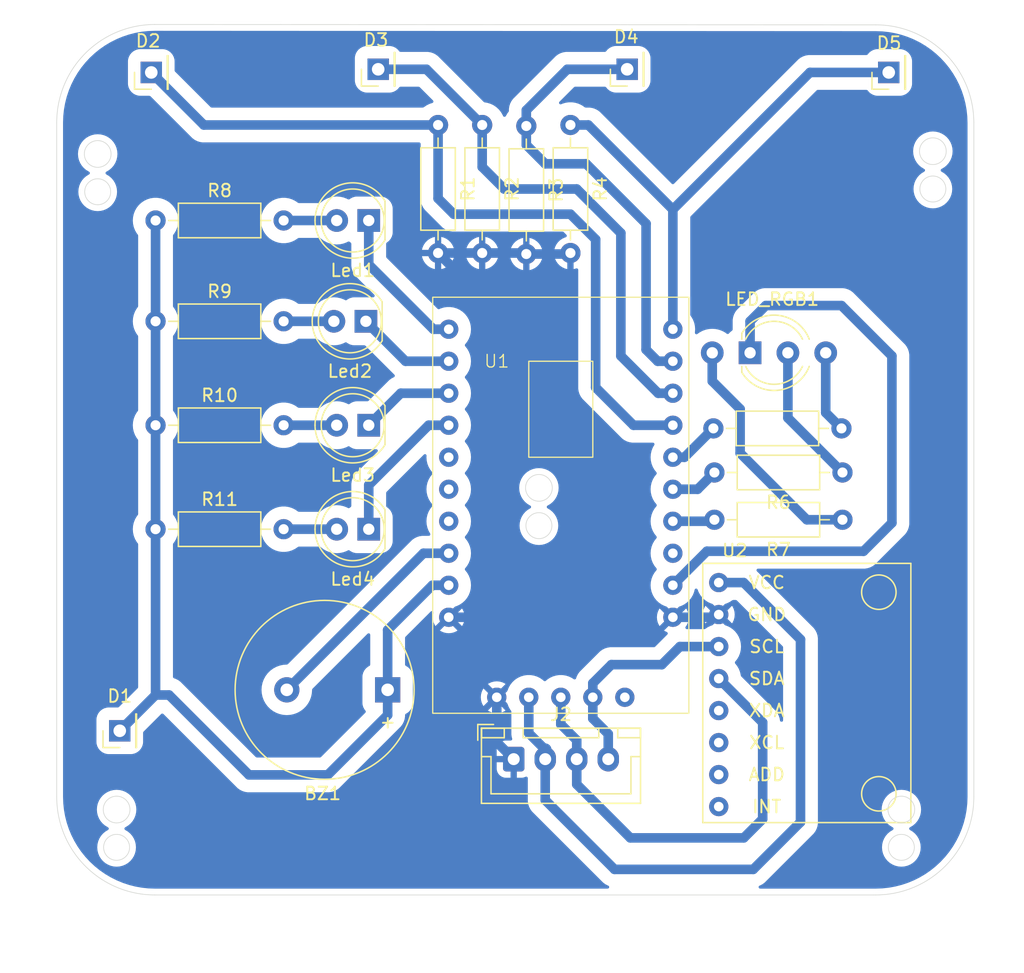
<source format=kicad_pcb>
(kicad_pcb (version 20240108) (generator "pcbnew") (generator_version "8.0")
  (layers (0 "F.Cu" signal) (31 "B.Cu" signal) (34 "B.Paste" user) (35 "F.Paste" user) (36 "B.SilkS" user "B.Silkscreen") (37 "F.SilkS" user "F.Silkscreen") (38 "B.Mask" user) (39 "F.Mask" user) (44 "Edge.Cuts" user))
  (net 0 "")
  (net 9 "Vdd")
  (net 10 "P07")
  (net 11 "P06")
  (net 12 "P05")
  (net 13 "P04")
  (net 14 "SDA")
  (net 15 "SCL")
  (net 16 "GND")
  (net 17 "Vcc")
  (net 18 "Net-(Led1-A)")
  (net 19 "P10")
  (net 20 "Net-(Led2-A)")
  (net 21 "P11")
  (net 22 "Net-(Led3-A)")
  (net 23 "P12")
  (net 24 "P13")
  (net 25 "Net-(Led4-A)")
  (net 26 "Net-(LED_RGB1-RK)")
  (net 27 "Net-(LED_RGB1-BK)")
  (net 28 "Net-(LED_RGB1-GK)")
  (net 29 "P03")
  (net 30 "P02")
  (net 31 "P01")
  (net 32 "P17")
  (footprint "Resistor_THT:R_Axial_DIN0207_L6.3mm_D2.5mm_P10.16mm_Horizontal" (layer "F.Cu") (at 108.09 100.75)
    (property "Reference" "R10" (at 5.08 -2.37 0) (layer "F.SilkS"))
    (property "Value" "200")
    (fp_line (start 1.04 0) (end 1.81 0) (stroke (width 0.12)) (layer "F.SilkS"))
    (fp_line (start 1.81 -1.37) (end 1.81 1.37) (stroke (width 0.12)) (layer "F.SilkS"))
    (fp_line (start 1.81 1.37) (end 8.35 1.37) (stroke (width 0.12)) (layer "F.SilkS"))
    (fp_line (start 8.35 -1.37) (end 1.81 -1.37) (stroke (width 0.12)) (layer "F.SilkS"))
    (fp_line (start 8.35 1.37) (end 8.35 -1.37) (stroke (width 0.12)) (layer "F.SilkS"))
    (fp_line (start 9.12 0) (end 8.35 0) (stroke (width 0.12)) (layer "F.SilkS"))
    (pad "1" thru_hole circle (at 0 0) (size 1.6 1.6) (drill 0.8) (layers "*.Cu" "*.Mask") (net 9 "Vdd"))
    (pad "2" thru_hole oval (at 10.16 0) (size 1.6 1.6) (drill 0.8) (layers "*.Cu" "*.Mask") (net 22 "Net-(Led3-A)"))
  )
  (footprint "LED_THT:LED_D5.0mm_IRGrey" (layer "F.Cu") (at 125 84.5 180)
    (property "Reference" "Led1" (at 1.27 -3.96 0) (layer "F.SilkS"))
    (property "Value" "LD274" (hide yes))
    (fp_line (start -1.29 -1.545) (end -1.29 1.545) (stroke (width 0.12)) (layer "F.SilkS"))
    (fp_arc (start 4.26 -0.000462) (mid 2.072002 2.880433) (end -1.29 1.54483) (stroke (width 0.12)) (layer "F.SilkS"))
    (fp_arc (start -1.29 -1.54483) (mid 2.072002 -2.880433) (end 4.26 0.000462) (stroke (width 0.12)) (layer "F.SilkS"))
    (fp_circle (center 1.27 0) (end 3.77 0) (stroke (width 0.12)) (fill none) (layer "F.SilkS"))
    (pad "1" thru_hole rect (at 0 0 180) (size 1.8 1.8) (drill 0.9) (layers "*.Cu" "*.Mask") (net 19 "P10"))
    (pad "2" thru_hole circle (at 2.54 0 180) (size 1.8 1.8) (drill 0.9) (layers "*.Cu" "*.Mask") (net 18 "Net-(Led1-A)"))
  )
  (footprint "Connector_PinHeader_2.54mm:PinHeader_1x01_P2.54mm_Vertical" (layer "F.Cu") (at 166.25 72.75 90)
    (property "Reference" "D5" (at 2.325 0.025 0) (layer "F.SilkS"))
    (property "Value" "Conn_01x01_Pin" (hide yes))
    (fp_line (start -1.33 -1.33) (end 0 -1.33) (stroke (width 0.12)) (layer "F.SilkS"))
    (fp_line (start -1.33 0) (end -1.33 -1.33) (stroke (width 0.12)) (layer "F.SilkS"))
    (fp_line (start 1.33 1.27) (end 1.33 1.33) (stroke (width 0.12)) (layer "F.SilkS"))
    (fp_line (start -1.33 1.27) (end 1.33 1.27) (stroke (width 0.12)) (layer "F.SilkS"))
    (fp_line (start -1.33 1.27) (end -1.33 1.33) (stroke (width 0.12)) (layer "F.SilkS"))
    (fp_line (start -1.33 1.33) (end 1.33 1.33) (stroke (width 0.12)) (layer "F.SilkS"))
    (pad "1" thru_hole rect (at 0 0 90) (size 1.7 1.7) (drill 1) (layers "*.Cu" "*.Mask") (net 10 "P07"))
  )
  (footprint "Connector_PinHeader_2.54mm:PinHeader_1x01_P2.54mm_Vertical" (layer "F.Cu") (at 125.75 72.5 90)
    (property "Reference" "D3" (at 2.325 -0.175 0) (layer "F.SilkS"))
    (property "Value" "Conn_01x01_Pin" (hide yes))
    (fp_line (start -1.33 -1.33) (end 0 -1.33) (stroke (width 0.12)) (layer "F.SilkS"))
    (fp_line (start -1.33 0) (end -1.33 -1.33) (stroke (width 0.12)) (layer "F.SilkS"))
    (fp_line (start 1.33 1.27) (end 1.33 1.33) (stroke (width 0.12)) (layer "F.SilkS"))
    (fp_line (start -1.33 1.27) (end 1.33 1.27) (stroke (width 0.12)) (layer "F.SilkS"))
    (fp_line (start -1.33 1.27) (end -1.33 1.33) (stroke (width 0.12)) (layer "F.SilkS"))
    (fp_line (start -1.33 1.33) (end 1.33 1.33) (stroke (width 0.12)) (layer "F.SilkS"))
    (pad "1" thru_hole rect (at 0 0 90) (size 1.7 1.7) (drill 1) (layers "*.Cu" "*.Mask") (net 12 "P05"))
  )
  (footprint "Resistor_THT:R_Axial_DIN0207_L6.3mm_D2.5mm_P10.16mm_Horizontal" (layer "F.Cu") (at 108.09 92.5)
    (property "Reference" "R9" (at 5.08 -2.37 0) (layer "F.SilkS"))
    (property "Value" "200")
    (fp_line (start 1.04 0) (end 1.81 0) (stroke (width 0.12)) (layer "F.SilkS"))
    (fp_line (start 1.81 -1.37) (end 1.81 1.37) (stroke (width 0.12)) (layer "F.SilkS"))
    (fp_line (start 1.81 1.37) (end 8.35 1.37) (stroke (width 0.12)) (layer "F.SilkS"))
    (fp_line (start 8.35 -1.37) (end 1.81 -1.37) (stroke (width 0.12)) (layer "F.SilkS"))
    (fp_line (start 8.35 1.37) (end 8.35 -1.37) (stroke (width 0.12)) (layer "F.SilkS"))
    (fp_line (start 9.12 0) (end 8.35 0) (stroke (width 0.12)) (layer "F.SilkS"))
    (pad "1" thru_hole circle (at 0 0) (size 1.6 1.6) (drill 0.8) (layers "*.Cu" "*.Mask") (net 9 "Vdd"))
    (pad "2" thru_hole oval (at 10.16 0) (size 1.6 1.6) (drill 0.8) (layers "*.Cu" "*.Mask") (net 20 "Net-(Led2-A)"))
  )
  (footprint "Resistor_THT:R_Axial_DIN0207_L6.3mm_D2.5mm_P10.16mm_Horizontal" (layer "F.Cu") (at 141 76.92 -90)
    (property "Reference" "R4" (at 5.08 -2.37 90) (layer "F.SilkS"))
    (property "Value" "1K")
    (fp_line (start 1.81 1.37) (end 8.35 1.37) (stroke (width 0.12)) (layer "F.SilkS"))
    (fp_line (start 8.35 1.37) (end 8.35 -1.37) (stroke (width 0.12)) (layer "F.SilkS"))
    (fp_line (start 1.04 0) (end 1.81 0) (stroke (width 0.12)) (layer "F.SilkS"))
    (fp_line (start 9.12 0) (end 8.35 0) (stroke (width 0.12)) (layer "F.SilkS"))
    (fp_line (start 1.81 -1.37) (end 1.81 1.37) (stroke (width 0.12)) (layer "F.SilkS"))
    (fp_line (start 8.35 -1.37) (end 1.81 -1.37) (stroke (width 0.12)) (layer "F.SilkS"))
    (pad "1" thru_hole circle (at 0 0 270) (size 1.6 1.6) (drill 0.8) (layers "*.Cu" "*.Mask") (net 10 "P07"))
    (pad "2" thru_hole oval (at 10.16 0 270) (size 1.6 1.6) (drill 0.8) (layers "*.Cu" "*.Mask") (net 16 "GND"))
  )
  (footprint "Componentes:16-bit IO Expander" (layer "F.Cu") (at 128.805 90.59)
    (property "Reference" "U1" (at 6.35 5.08 0) (layer "F.SilkS") (effects (font (thickness 0.1))))
    (property "Value" "~")
    (fp_rect (start 1.27 0) (end 21.59 33.02) (stroke (width 0.1)) (fill none) (layer "F.SilkS"))
    (fp_rect (start 8.89 5.08) (end 13.97 12.7) (stroke (width 0.1)) (fill none) (layer "F.SilkS"))
    (pad "1" thru_hole circle (at 2.54 2.54) (size 1.524 1.524) (drill 0.762) (layers "*.Cu" "*.Mask") (net 19 "P10"))
    (pad "2" thru_hole circle (at 2.54 5.08) (size 1.524 1.524) (drill 0.762) (layers "*.Cu" "*.Mask") (net 21 "P11"))
    (pad "3" thru_hole circle (at 2.54 7.62) (size 1.524 1.524) (drill 0.762) (layers "*.Cu" "*.Mask") (net 23 "P12"))
    (pad "4" thru_hole circle (at 2.54 10.16) (size 1.524 1.524) (drill 0.762) (layers "*.Cu" "*.Mask") (net 24 "P13"))
    (pad "5" thru_hole circle (at 2.54 12.7) (size 1.524 1.524) (drill 0.762) (layers "*.Cu" "*.Mask"))
    (pad "6" thru_hole circle (at 2.54 15.24) (size 1.524 1.524) (drill 0.762) (layers "*.Cu" "*.Mask"))
    (pad "7" thru_hole circle (at 2.54 17.78) (size 1.524 1.524) (drill 0.762) (layers "*.Cu" "*.Mask"))
    (pad "8" thru_hole circle (at 2.54 20.32) (size 1.524 1.524) (drill 0.762) (layers "*.Cu" "*.Mask") (net 32 "P17"))
    (pad "9" thru_hole circle (at 2.54 22.86) (size 1.524 1.524) (drill 0.762) (layers "*.Cu" "*.Mask") (net 9 "Vdd"))
    (pad "10" thru_hole circle (at 2.54 25.4) (size 1.524 1.524) (drill 0.762) (layers "*.Cu" "*.Mask") (net 16 "GND"))
    (pad "11" thru_hole circle (at 20.32 25.4) (size 1.524 1.524) (drill 0.762) (layers "*.Cu" "*.Mask") (net 16 "GND"))
    (pad "12" thru_hole circle (at 20.32 22.86) (size 1.524 1.524) (drill 0.762) (layers "*.Cu" "*.Mask") (net 9 "Vdd"))
    (pad "13" thru_hole circle (at 20.32 20.32) (size 1.524 1.524) (drill 0.762) (layers "*.Cu" "*.Mask"))
    (pad "14" thru_hole circle (at 20.32 17.78) (size 1.524 1.524) (drill 0.762) (layers "*.Cu" "*.Mask") (net 31 "P01"))
    (pad "15" thru_hole circle (at 20.32 15.24) (size 1.524 1.524) (drill 0.762) (layers "*.Cu" "*.Mask") (net 30 "P02"))
    (pad "16" thru_hole circle (at 20.32 12.7) (size 1.524 1.524) (drill 0.762) (layers "*.Cu" "*.Mask") (net 29 "P03"))
    (pad "17" thru_hole circle (at 20.32 10.16) (size 1.524 1.524) (drill 0.762) (layers "*.Cu" "*.Mask") (net 13 "P04"))
    (pad "18" thru_hole circle (at 20.32 7.62) (size 1.524 1.524) (drill 0.762) (layers "*.Cu" "*.Mask") (net 12 "P05"))
    (pad "19" thru_hole circle (at 20.32 5.08) (size 1.524 1.524) (drill 0.762) (layers "*.Cu" "*.Mask") (net 11 "P06"))
    (pad "20" thru_hole circle (at 20.32 2.54) (size 1.524 1.524) (drill 0.762) (layers "*.Cu" "*.Mask") (net 10 "P07"))
    (pad "C1" thru_hole circle (at 6.35 31.75) (size 1.524 1.524) (drill 0.762) (layers "*.Cu" "*.Mask") (net 16 "GND"))
    (pad "C2" thru_hole circle (at 8.89 31.75) (size 1.524 1.524) (drill 0.762) (layers "*.Cu" "*.Mask") (net 17 "Vcc"))
    (pad "C3" thru_hole circle (at 11.43 31.75) (size 1.524 1.524) (drill 0.762) (layers "*.Cu" "*.Mask") (net 14 "SDA"))
    (pad "C4" thru_hole circle (at 13.97 31.75) (size 1.524 1.524) (drill 0.762) (layers "*.Cu" "*.Mask") (net 15 "SCL"))
    (pad "C5" thru_hole circle (at 16.51 31.75) (size 1.524 1.524) (drill 0.762) (layers "*.Cu" "*.Mask"))
  )
  (footprint "Connector_PinHeader_2.54mm:PinHeader_1x01_P2.54mm_Vertical" (layer "F.Cu") (at 107.75 72.75 90)
    (property "Reference" "D2" (at 2.5 -0.25 0) (layer "F.SilkS"))
    (property "Value" "Conn_01x01_Pin" (hide yes))
    (fp_line (start -1.33 -1.33) (end 0 -1.33) (stroke (width 0.12)) (layer "F.SilkS"))
    (fp_line (start -1.33 0) (end -1.33 -1.33) (stroke (width 0.12)) (layer "F.SilkS"))
    (fp_line (start 1.33 1.27) (end 1.33 1.33) (stroke (width 0.12)) (layer "F.SilkS"))
    (fp_line (start -1.33 1.27) (end 1.33 1.27) (stroke (width 0.12)) (layer "F.SilkS"))
    (fp_line (start -1.33 1.27) (end -1.33 1.33) (stroke (width 0.12)) (layer "F.SilkS"))
    (fp_line (start -1.33 1.33) (end 1.33 1.33) (stroke (width 0.12)) (layer "F.SilkS"))
    (pad "1" thru_hole rect (at 0 0 90) (size 1.7 1.7) (drill 1) (layers "*.Cu" "*.Mask") (net 13 "P04"))
  )
  (footprint "LED_THT:LED_D5.0mm_IRGrey" (layer "F.Cu") (at 124.775 92.5 180)
    (property "Reference" "Led2" (at 1.27 -3.96 0) (layer "F.SilkS"))
    (property "Value" "LD274" (hide yes))
    (fp_line (start -1.29 -1.545) (end -1.29 1.545) (stroke (width 0.12)) (layer "F.SilkS"))
    (fp_arc (start 4.26 -0.000462) (mid 2.072002 2.880433) (end -1.29 1.54483) (stroke (width 0.12)) (layer "F.SilkS"))
    (fp_arc (start -1.29 -1.54483) (mid 2.072002 -2.880433) (end 4.26 0.000462) (stroke (width 0.12)) (layer "F.SilkS"))
    (fp_circle (center 1.27 0) (end 3.77 0) (stroke (width 0.12)) (fill none) (layer "F.SilkS"))
    (pad "1" thru_hole rect (at 0 0 180) (size 1.8 1.8) (drill 0.9) (layers "*.Cu" "*.Mask") (net 21 "P11"))
    (pad "2" thru_hole circle (at 2.54 0 180) (size 1.8 1.8) (drill 0.9) (layers "*.Cu" "*.Mask") (net 20 "Net-(Led2-A)"))
  )
  (footprint "Resistor_THT:R_Axial_DIN0207_L6.3mm_D2.5mm_P10.16mm_Horizontal" (layer "F.Cu") (at 162.58 108.25 180)
    (property "Reference" "R7" (at 5.08 -2.37 0) (layer "F.SilkS"))
    (property "Value" "200")
    (fp_line (start 9.12 0) (end 8.35 0) (stroke (width 0.12)) (layer "F.SilkS"))
    (fp_line (start 8.35 1.37) (end 8.35 -1.37) (stroke (width 0.12)) (layer "F.SilkS"))
    (fp_line (start 8.35 -1.37) (end 1.81 -1.37) (stroke (width 0.12)) (layer "F.SilkS"))
    (fp_line (start 1.81 1.37) (end 8.35 1.37) (stroke (width 0.12)) (layer "F.SilkS"))
    (fp_line (start 1.81 -1.37) (end 1.81 1.37) (stroke (width 0.12)) (layer "F.SilkS"))
    (fp_line (start 1.04 0) (end 1.81 0) (stroke (width 0.12)) (layer "F.SilkS"))
    (pad "1" thru_hole circle (at 0 0 180) (size 1.6 1.6) (drill 0.8) (layers "*.Cu" "*.Mask") (net 26 "Net-(LED_RGB1-RK)"))
    (pad "2" thru_hole oval (at 10.16 0 180) (size 1.6 1.6) (drill 0.8) (layers "*.Cu" "*.Mask") (net 31 "P01"))
  )
  (footprint "Connector_PinHeader_2.54mm:PinHeader_1x01_P2.54mm_Vertical" (layer "F.Cu") (at 145.5 72.5 90)
    (property "Reference" "D4" (at 2.575 -0.075 0) (layer "F.SilkS"))
    (property "Value" "Conn_01x01_Pin" (hide yes))
    (fp_line (start -1.33 -1.33) (end 0 -1.33) (stroke (width 0.12)) (layer "F.SilkS"))
    (fp_line (start -1.33 0) (end -1.33 -1.33) (stroke (width 0.12)) (layer "F.SilkS"))
    (fp_line (start 1.33 1.27) (end 1.33 1.33) (stroke (width 0.12)) (layer "F.SilkS"))
    (fp_line (start -1.33 1.27) (end 1.33 1.27) (stroke (width 0.12)) (layer "F.SilkS"))
    (fp_line (start -1.33 1.27) (end -1.33 1.33) (stroke (width 0.12)) (layer "F.SilkS"))
    (fp_line (start -1.33 1.33) (end 1.33 1.33) (stroke (width 0.12)) (layer "F.SilkS"))
    (pad "1" thru_hole rect (at 0 0 90) (size 1.7 1.7) (drill 1) (layers "*.Cu" "*.Mask") (net 11 "P06"))
  )
  (footprint "Resistor_THT:R_Axial_DIN0207_L6.3mm_D2.5mm_P10.16mm_Horizontal" (layer "F.Cu") (at 130.5 76.92 -90)
    (property "Reference" "R1" (at 5.08 -2.37 90) (layer "F.SilkS"))
    (property "Value" "1K")
    (fp_line (start 1.81 1.37) (end 8.35 1.37) (stroke (width 0.12)) (layer "F.SilkS"))
    (fp_line (start 8.35 1.37) (end 8.35 -1.37) (stroke (width 0.12)) (layer "F.SilkS"))
    (fp_line (start 1.04 0) (end 1.81 0) (stroke (width 0.12)) (layer "F.SilkS"))
    (fp_line (start 9.12 0) (end 8.35 0) (stroke (width 0.12)) (layer "F.SilkS"))
    (fp_line (start 1.81 -1.37) (end 1.81 1.37) (stroke (width 0.12)) (layer "F.SilkS"))
    (fp_line (start 8.35 -1.37) (end 1.81 -1.37) (stroke (width 0.12)) (layer "F.SilkS"))
    (pad "1" thru_hole circle (at 0 0 270) (size 1.6 1.6) (drill 0.8) (layers "*.Cu" "*.Mask") (net 13 "P04"))
    (pad "2" thru_hole oval (at 10.16 0 270) (size 1.6 1.6) (drill 0.8) (layers "*.Cu" "*.Mask") (net 16 "GND"))
  )
  (footprint "Resistor_THT:R_Axial_DIN0207_L6.3mm_D2.5mm_P10.16mm_Horizontal" (layer "F.Cu") (at 162.58 104.5 180)
    (property "Reference" "R6" (at 5.08 -2.37 0) (layer "F.SilkS"))
    (property "Value" "200")
    (fp_line (start 9.12 0) (end 8.35 0) (stroke (width 0.12)) (layer "F.SilkS"))
    (fp_line (start 8.35 1.37) (end 8.35 -1.37) (stroke (width 0.12)) (layer "F.SilkS"))
    (fp_line (start 8.35 -1.37) (end 1.81 -1.37) (stroke (width 0.12)) (layer "F.SilkS"))
    (fp_line (start 1.81 1.37) (end 8.35 1.37) (stroke (width 0.12)) (layer "F.SilkS"))
    (fp_line (start 1.81 -1.37) (end 1.81 1.37) (stroke (width 0.12)) (layer "F.SilkS"))
    (fp_line (start 1.04 0) (end 1.81 0) (stroke (width 0.12)) (layer "F.SilkS"))
    (pad "1" thru_hole circle (at 0 0 180) (size 1.6 1.6) (drill 0.8) (layers "*.Cu" "*.Mask") (net 28 "Net-(LED_RGB1-GK)"))
    (pad "2" thru_hole oval (at 10.16 0 180) (size 1.6 1.6) (drill 0.8) (layers "*.Cu" "*.Mask") (net 30 "P02"))
  )
  (footprint "Connector_JST:JST_XH_B4B-XH-A_1x04_P2.50mm_Vertical" (layer "F.Cu") (at 136.5 127.25)
    (property "Reference" "J2" (at 3.75 -3.55 0) (layer "F.SilkS"))
    (property "Value" "Conn_01x04_Socket")
    (fp_line (start -2.85 -2.75) (end -2.85 -1.5) (stroke (width 0.12)) (layer "F.SilkS"))
    (fp_line (start -2.56 -2.46) (end -2.56 3.51) (stroke (width 0.12)) (layer "F.SilkS"))
    (fp_line (start -2.56 3.51) (end 10.06 3.51) (stroke (width 0.12)) (layer "F.SilkS"))
    (fp_line (start -2.55 -2.45) (end -2.55 -1.7) (stroke (width 0.12)) (layer "F.SilkS"))
    (fp_line (start -2.55 -1.7) (end -0.75 -1.7) (stroke (width 0.12)) (layer "F.SilkS"))
    (fp_line (start -2.55 -0.2) (end -1.8 -0.2) (stroke (width 0.12)) (layer "F.SilkS"))
    (fp_line (start -1.8 -0.2) (end -1.8 2.75) (stroke (width 0.12)) (layer "F.SilkS"))
    (fp_line (start -1.8 2.75) (end 3.75 2.75) (stroke (width 0.12)) (layer "F.SilkS"))
    (fp_line (start -1.6 -2.75) (end -2.85 -2.75) (stroke (width 0.12)) (layer "F.SilkS"))
    (fp_line (start -0.75 -2.45) (end -2.55 -2.45) (stroke (width 0.12)) (layer "F.SilkS"))
    (fp_line (start -0.75 -1.7) (end -0.75 -2.45) (stroke (width 0.12)) (layer "F.SilkS"))
    (fp_line (start 0.75 -2.45) (end 0.75 -1.7) (stroke (width 0.12)) (layer "F.SilkS"))
    (fp_line (start 0.75 -1.7) (end 6.75 -1.7) (stroke (width 0.12)) (layer "F.SilkS"))
    (fp_line (start 6.75 -2.45) (end 0.75 -2.45) (stroke (width 0.12)) (layer "F.SilkS"))
    (fp_line (start 6.75 -1.7) (end 6.75 -2.45) (stroke (width 0.12)) (layer "F.SilkS"))
    (fp_line (start 8.25 -2.45) (end 8.25 -1.7) (stroke (width 0.12)) (layer "F.SilkS"))
    (fp_line (start 8.25 -1.7) (end 10.05 -1.7) (stroke (width 0.12)) (layer "F.SilkS"))
    (fp_line (start 9.3 -0.2) (end 9.3 2.75) (stroke (width 0.12)) (layer "F.SilkS"))
    (fp_line (start 9.3 2.75) (end 3.75 2.75) (stroke (width 0.12)) (layer "F.SilkS"))
    (fp_line (start 10.05 -2.45) (end 8.25 -2.45) (stroke (width 0.12)) (layer "F.SilkS"))
    (fp_line (start 10.05 -1.7) (end 10.05 -2.45) (stroke (width 0.12)) (layer "F.SilkS"))
    (fp_line (start 10.05 -0.2) (end 9.3 -0.2) (stroke (width 0.12)) (layer "F.SilkS"))
    (fp_line (start 10.06 -2.46) (end -2.56 -2.46) (stroke (width 0.12)) (layer "F.SilkS"))
    (fp_line (start 10.06 3.51) (end 10.06 -2.46) (stroke (width 0.12)) (layer "F.SilkS"))
    (pad "1" thru_hole roundrect (at 0 0) (size 1.7 1.95) (drill 0.95) (layers "*.Cu" "*.Mask") (roundrect_rratio 0.147059) (net 16 "GND"))
    (pad "2" thru_hole oval (at 2.5 0) (size 1.7 1.95) (drill 0.95) (layers "*.Cu" "*.Mask") (net 17 "Vcc"))
    (pad "3" thru_hole oval (at 5 0) (size 1.7 1.95) (drill 0.95) (layers "*.Cu" "*.Mask") (net 14 "SDA"))
    (pad "4" thru_hole oval (at 7.5 0) (size 1.7 1.95) (drill 0.95) (layers "*.Cu" "*.Mask") (net 15 "SCL"))
  )
  (footprint "Resistor_THT:R_Axial_DIN0207_L6.3mm_D2.5mm_P10.16mm_Horizontal" (layer "F.Cu") (at 162.5 101 180)
    (property "Reference" "R5" (hide yes))
    (property "Value" "200")
    (fp_line (start 9.12 0) (end 8.35 0) (stroke (width 0.12)) (layer "F.SilkS"))
    (fp_line (start 8.35 1.37) (end 8.35 -1.37) (stroke (width 0.12)) (layer "F.SilkS"))
    (fp_line (start 8.35 -1.37) (end 1.81 -1.37) (stroke (width 0.12)) (layer "F.SilkS"))
    (fp_line (start 1.81 1.37) (end 8.35 1.37) (stroke (width 0.12)) (layer "F.SilkS"))
    (fp_line (start 1.81 -1.37) (end 1.81 1.37) (stroke (width 0.12)) (layer "F.SilkS"))
    (fp_line (start 1.04 0) (end 1.81 0) (stroke (width 0.12)) (layer "F.SilkS"))
    (pad "1" thru_hole circle (at 0 0 180) (size 1.6 1.6) (drill 0.8) (layers "*.Cu" "*.Mask") (net 27 "Net-(LED_RGB1-BK)"))
    (pad "2" thru_hole oval (at 10.16 0 180) (size 1.6 1.6) (drill 0.8) (layers "*.Cu" "*.Mask") (net 29 "P03"))
  )
  (footprint "LED_THT:LED_D5.0mm_IRGrey" (layer "F.Cu") (at 125 109 180)
    (property "Reference" "Led4" (at 1.27 -3.96 0) (layer "F.SilkS"))
    (property "Value" "LD274" (hide yes))
    (fp_line (start -1.29 -1.545) (end -1.29 1.545) (stroke (width 0.12)) (layer "F.SilkS"))
    (fp_arc (start 4.26 -0.000462) (mid 2.072002 2.880433) (end -1.29 1.54483) (stroke (width 0.12)) (layer "F.SilkS"))
    (fp_arc (start -1.29 -1.54483) (mid 2.072002 -2.880433) (end 4.26 0.000462) (stroke (width 0.12)) (layer "F.SilkS"))
    (fp_circle (center 1.27 0) (end 3.77 0) (stroke (width 0.12)) (fill none) (layer "F.SilkS"))
    (pad "1" thru_hole rect (at 0 0 180) (size 1.8 1.8) (drill 0.9) (layers "*.Cu" "*.Mask") (net 24 "P13"))
    (pad "2" thru_hole circle (at 2.54 0 180) (size 1.8 1.8) (drill 0.9) (layers "*.Cu" "*.Mask") (net 25 "Net-(Led4-A)"))
  )
  (footprint "LED_THT:LED_D5.0mm-4_RGB" (layer "F.Cu") (at 155.25 95)
    (property "Reference" "LED_RGB1" (at 1.75 -4.25 0) (layer "F.SilkS"))
    (property "Value" "LED_ARGB" (hide yes))
    (fp_line (start -0.655 -1.545) (end -0.655 -1.08) (stroke (width 0.12)) (layer "F.SilkS"))
    (fp_line (start -0.655 1.08) (end -0.655 1.545) (stroke (width 0.12)) (layer "F.SilkS"))
    (fp_arc (start -0.655 -1.54483) (mid 2.163456 -2.978809) (end 4.692815 -1.080827) (stroke (width 0.12)) (layer "F.SilkS"))
    (fp_arc (start -0.349684 -1.08) (mid 1.904762 -2.5) (end 4.159479 -1.080429) (stroke (width 0.12)) (layer "F.SilkS"))
    (fp_arc (start 4.159479 1.080429) (mid 1.904762 2.5) (end -0.349684 1.08) (stroke (width 0.12)) (layer "F.SilkS"))
    (fp_arc (start 4.692815 1.080827) (mid 2.163456 2.978808) (end -0.655 1.54483) (stroke (width 0.12)) (layer "F.SilkS"))
    (pad "1" thru_hole rect (at 0 0) (size 1.8 1.8) (drill 0.9) (layers "*.Cu" "*.Mask") (net 9 "Vdd"))
    (pad "2" thru_hole circle (at -3 0) (size 1.8 1.8) (drill 0.9) (layers "*.Cu" "*.Mask") (net 26 "Net-(LED_RGB1-RK)"))
    (pad "3" thru_hole circle (at 3 0) (size 1.8 1.8) (drill 0.9) (layers "*.Cu" "*.Mask") (net 28 "Net-(LED_RGB1-GK)"))
    (pad "4" thru_hole circle (at 6 0) (size 1.8 1.8) (drill 0.9) (layers "*.Cu" "*.Mask") (net 27 "Net-(LED_RGB1-BK)"))
  )
  (footprint "Resistor_THT:R_Axial_DIN0207_L6.3mm_D2.5mm_P10.16mm_Horizontal" (layer "F.Cu") (at 137.5 77 -90)
    (property "Reference" "R3" (at 5.08 -2.37 90) (layer "F.SilkS"))
    (property "Value" "1K")
    (fp_line (start 1.81 1.37) (end 8.35 1.37) (stroke (width 0.12)) (layer "F.SilkS"))
    (fp_line (start 8.35 1.37) (end 8.35 -1.37) (stroke (width 0.12)) (layer "F.SilkS"))
    (fp_line (start 1.04 0) (end 1.81 0) (stroke (width 0.12)) (layer "F.SilkS"))
    (fp_line (start 9.12 0) (end 8.35 0) (stroke (width 0.12)) (layer "F.SilkS"))
    (fp_line (start 1.81 -1.37) (end 1.81 1.37) (stroke (width 0.12)) (layer "F.SilkS"))
    (fp_line (start 8.35 -1.37) (end 1.81 -1.37) (stroke (width 0.12)) (layer "F.SilkS"))
    (pad "1" thru_hole circle (at 0 0 270) (size 1.6 1.6) (drill 0.8) (layers "*.Cu" "*.Mask") (net 11 "P06"))
    (pad "2" thru_hole oval (at 10.16 0 270) (size 1.6 1.6) (drill 0.8) (layers "*.Cu" "*.Mask") (net 16 "GND"))
  )
  (footprint "Buzzer_Beeper:Buzzer_D14mm_H7mm_P10mm" (layer "F.Cu") (at 126.5 121.75 180)
    (property "Reference" "BZ1" (at 5.16 -8.23 0) (layer "F.SilkS"))
    (property "Value" "Buzzer" (hide yes))
    (fp_circle (center 5 0) (end 12.1 0) (stroke (width 0.12)) (fill none) (layer "F.SilkS"))
    (fp_text user "+" (at -0.01 -2.54 0) (layer "F.SilkS"))
    (pad "1" thru_hole rect (at 0 0 180) (size 2 2) (drill 1) (layers "*.Cu" "*.Mask") (net 9 "Vdd"))
    (pad "2" thru_hole circle (at 8 0 180) (size 2 2) (drill 1) (layers "*.Cu" "*.Mask") (net 32 "P17"))
  )
  (footprint "Resistor_THT:R_Axial_DIN0207_L6.3mm_D2.5mm_P10.16mm_Horizontal" (layer "F.Cu") (at 134 76.92 -90)
    (property "Reference" "R2" (at 5.08 -2.37 90) (layer "F.SilkS"))
    (property "Value" "1K")
    (fp_line (start 1.81 1.37) (end 8.35 1.37) (stroke (width 0.12)) (layer "F.SilkS"))
    (fp_line (start 8.35 1.37) (end 8.35 -1.37) (stroke (width 0.12)) (layer "F.SilkS"))
    (fp_line (start 1.04 0) (end 1.81 0) (stroke (width 0.12)) (layer "F.SilkS"))
    (fp_line (start 9.12 0) (end 8.35 0) (stroke (width 0.12)) (layer "F.SilkS"))
    (fp_line (start 1.81 -1.37) (end 1.81 1.37) (stroke (width 0.12)) (layer "F.SilkS"))
    (fp_line (start 8.35 -1.37) (end 1.81 -1.37) (stroke (width 0.12)) (layer "F.SilkS"))
    (pad "1" thru_hole circle (at 0 0 270) (size 1.6 1.6) (drill 0.8) (layers "*.Cu" "*.Mask") (net 12 "P05"))
    (pad "2" thru_hole oval (at 10.16 0 270) (size 1.6 1.6) (drill 0.8) (layers "*.Cu" "*.Mask") (net 16 "GND"))
  )
  (footprint "Resistor_THT:R_Axial_DIN0207_L6.3mm_D2.5mm_P10.16mm_Horizontal" (layer "F.Cu") (at 108.09 84.5)
    (property "Reference" "R8" (at 5.08 -2.37 0) (layer "F.SilkS"))
    (property "Value" "200")
    (fp_line (start 1.04 0) (end 1.81 0) (stroke (width 0.12)) (layer "F.SilkS"))
    (fp_line (start 1.81 -1.37) (end 1.81 1.37) (stroke (width 0.12)) (layer "F.SilkS"))
    (fp_line (start 1.81 1.37) (end 8.35 1.37) (stroke (width 0.12)) (layer "F.SilkS"))
    (fp_line (start 8.35 -1.37) (end 1.81 -1.37) (stroke (width 0.12)) (layer "F.SilkS"))
    (fp_line (start 8.35 1.37) (end 8.35 -1.37) (stroke (width 0.12)) (layer "F.SilkS"))
    (fp_line (start 9.12 0) (end 8.35 0) (stroke (width 0.12)) (layer "F.SilkS"))
    (pad "1" thru_hole circle (at 0 0) (size 1.6 1.6) (drill 0.8) (layers "*.Cu" "*.Mask") (net 9 "Vdd"))
    (pad "2" thru_hole oval (at 10.16 0) (size 1.6 1.6) (drill 0.8) (layers "*.Cu" "*.Mask") (net 18 "Net-(Led1-A)"))
  )
  (footprint "LED_THT:LED_D5.0mm_IRGrey" (layer "F.Cu") (at 125 100.75 180)
    (property "Reference" "Led3" (at 1.27 -3.96 0) (layer "F.SilkS"))
    (property "Value" "LD274" (hide yes))
    (fp_line (start -1.29 -1.545) (end -1.29 1.545) (stroke (width 0.12)) (layer "F.SilkS"))
    (fp_arc (start 4.26 -0.000462) (mid 2.072002 2.880433) (end -1.29 1.54483) (stroke (width 0.12)) (layer "F.SilkS"))
    (fp_arc (start -1.29 -1.54483) (mid 2.072002 -2.880433) (end 4.26 0.000462) (stroke (width 0.12)) (layer "F.SilkS"))
    (fp_circle (center 1.27 0) (end 3.77 0) (stroke (width 0.12)) (fill none) (layer "F.SilkS"))
    (pad "1" thru_hole rect (at 0 0 180) (size 1.8 1.8) (drill 0.9) (layers "*.Cu" "*.Mask") (net 23 "P12"))
    (pad "2" thru_hole circle (at 2.54 0 180) (size 1.8 1.8) (drill 0.9) (layers "*.Cu" "*.Mask") (net 22 "Net-(Led3-A)"))
  )
  (footprint "Connector_PinHeader_2.54mm:PinHeader_1x01_P2.54mm_Vertical" (layer "F.Cu") (at 105.25 125 90)
    (property "Reference" "D1" (at 2.75 0 0) (layer "F.SilkS"))
    (property "Value" "Conn_01x01_Pin" (hide yes))
    (fp_line (start -1.33 -1.33) (end 0 -1.33) (stroke (width 0.12)) (layer "F.SilkS"))
    (fp_line (start -1.33 0) (end -1.33 -1.33) (stroke (width 0.12)) (layer "F.SilkS"))
    (fp_line (start 1.33 1.27) (end 1.33 1.33) (stroke (width 0.12)) (layer "F.SilkS"))
    (fp_line (start -1.33 1.27) (end 1.33 1.27) (stroke (width 0.12)) (layer "F.SilkS"))
    (fp_line (start -1.33 1.27) (end -1.33 1.33) (stroke (width 0.12)) (layer "F.SilkS"))
    (fp_line (start -1.33 1.33) (end 1.33 1.33) (stroke (width 0.12)) (layer "F.SilkS"))
    (pad "1" thru_hole rect (at 0 0 90) (size 1.7 1.7) (drill 1) (layers "*.Cu" "*.Mask") (net 9 "Vdd"))
  )
  (footprint "usini_sensors:module_mpu6050" (layer "F.Cu") (at 152.765 131.017)
    (property "Reference" "U2" (at 1.27 -20.32 0) (layer "F.SilkS"))
    (property "Value" "module_mpu6050")
    (fp_line (start -1.27 -19.304) (end 15.24 -19.304) (stroke (width 0.12)) (layer "F.SilkS"))
    (fp_line (start -1.27 1.27) (end -1.27 -19.304) (stroke (width 0.12)) (layer "F.SilkS"))
    (fp_line (start 15.24 -19.304) (end 15.24 1.27) (stroke (width 0.12)) (layer "F.SilkS"))
    (fp_line (start 15.24 1.27) (end -1.27 1.27) (stroke (width 0.12)) (layer "F.SilkS"))
    (fp_circle (center 12.7 -17.018) (end 13.208 -15.748) (stroke (width 0.12)) (fill none) (layer "F.SilkS"))
    (fp_circle (center 12.7 -1.016) (end 13.208 0.254) (stroke (width 0.12)) (fill none) (layer "F.SilkS"))
    (fp_text user "VCC" (at 3.81 -17.78 0) (layer "F.SilkS"))
    (fp_text user "ADD" (at 3.81 -2.54 0) (layer "F.SilkS"))
    (fp_text user "SDA" (at 3.81 -10.16 0) (layer "F.SilkS"))
    (fp_text user "INT" (at 3.81 0 0) (layer "F.SilkS"))
    (fp_text user "XCL" (at 3.81 -5.08 0) (layer "F.SilkS"))
    (fp_text user "GND" (at 3.81 -15.24 0) (layer "F.SilkS"))
    (fp_text user "SCL" (at 3.81 -12.7 0) (layer "F.SilkS"))
    (fp_text user "XDA" (at 3.81 -7.62 0) (layer "F.SilkS"))
    (pad "1" thru_hole circle (at 0 -17.78) (size 1.524 1.524) (drill 0.762) (layers "*.Cu" "*.Mask") (net 17 "Vcc"))
    (pad "2" thru_hole circle (at 0 -15.24) (size 1.524 1.524) (drill 0.762) (layers "*.Cu" "*.Mask") (net 16 "GND"))
    (pad "3" thru_hole circle (at 0 -12.7) (size 1.524 1.524) (drill 0.762) (layers "*.Cu" "*.Mask") (net 15 "SCL"))
    (pad "4" thru_hole circle (at 0 -10.16) (size 1.524 1.524) (drill 0.762) (layers "*.Cu" "*.Mask") (net 14 "SDA"))
    (pad "5" thru_hole circle (at 0 -7.62) (size 1.524 1.524) (drill 0.762) (layers "*.Cu" "*.Mask"))
    (pad "6" thru_hole circle (at 0 -5.08) (size 1.524 1.524) (drill 0.762) (layers "*.Cu" "*.Mask"))
    (pad "7" thru_hole circle (at 0 -2.54) (size 1.524 1.524) (drill 0.762) (layers "*.Cu" "*.Mask"))
    (pad "8" thru_hole circle (at 0 0) (size 1.524 1.524) (drill 0.762) (layers "*.Cu" "*.Mask"))
  )
  (footprint "Resistor_THT:R_Axial_DIN0207_L6.3mm_D2.5mm_P10.16mm_Horizontal" (layer "F.Cu") (at 108.09 109)
    (property "Reference" "R11" (at 5.08 -2.37 0) (layer "F.SilkS"))
    (property "Value" "200")
    (fp_line (start 1.04 0) (end 1.81 0) (stroke (width 0.12)) (layer "F.SilkS"))
    (fp_line (start 1.81 -1.37) (end 1.81 1.37) (stroke (width 0.12)) (layer "F.SilkS"))
    (fp_line (start 1.81 1.37) (end 8.35 1.37) (stroke (width 0.12)) (layer "F.SilkS"))
    (fp_line (start 8.35 -1.37) (end 1.81 -1.37) (stroke (width 0.12)) (layer "F.SilkS"))
    (fp_line (start 8.35 1.37) (end 8.35 -1.37) (stroke (width 0.12)) (layer "F.SilkS"))
    (fp_line (start 9.12 0) (end 8.35 0) (stroke (width 0.12)) (layer "F.SilkS"))
    (pad "1" thru_hole circle (at 0 0) (size 1.6 1.6) (drill 0.8) (layers "*.Cu" "*.Mask") (net 9 "Vdd"))
    (pad "2" thru_hole oval (at 10.16 0) (size 1.6 1.6) (drill 0.8) (layers "*.Cu" "*.Mask") (net 25 "Net-(Led4-A)"))
  )
  (gr_arc (start 100.25 76.721826) (mid 102.528174 71.221826) (end 108.028174 68.943652) (stroke (width 0.05)) (layer "Edge.Cuts"))
  (gr_arc (start 108.028174 138.028174) (mid 102.528174 135.75) (end 100.25 130.25) (stroke (width 0.05)) (layer "Edge.Cuts"))
  (gr_line (start 165.221826 138.028174) (end 108.028174 138.028174) (stroke (width 0.05)) (layer "Edge.Cuts"))
  (gr_circle (center 105 131.25) (end 105.75 132) (stroke (width 0.05)) (fill none) (layer "Edge.Cuts"))
  (gr_circle (center 105 134.25) (end 106 134.5) (stroke (width 0.05)) (fill none) (layer "Edge.Cuts"))
  (gr_circle (center 167.25 131.25) (end 168 132) (stroke (width 0.05)) (fill none) (layer "Edge.Cuts"))
  (gr_circle (center 103.5 82.219224) (end 104.5 82.469224) (stroke (width 0.05)) (fill none) (layer "Edge.Cuts"))
  (gr_line (start 173 76.75) (end 173 130.25) (stroke (width 0.05)) (layer "Edge.Cuts"))
  (gr_circle (center 167.25 134.25) (end 168.25 134.5) (stroke (width 0.05)) (fill none) (layer "Edge.Cuts"))
  (gr_circle (center 169.75 82) (end 170.75 82.25) (stroke (width 0.05)) (fill none) (layer "Edge.Cuts"))
  (gr_arc (start 173 130.25) (mid 170.721826 135.75) (end 165.221826 138.028174) (stroke (width 0.05)) (layer "Edge.Cuts"))
  (gr_line (start 108.028174 68.943652) (end 165.221826 68.971826) (stroke (width 0.05)) (layer "Edge.Cuts"))
  (gr_circle (center 169.75 79) (end 170.5 79.75) (stroke (width 0.05)) (fill none) (layer "Edge.Cuts"))
  (gr_arc (start 165.221826 68.971826) (mid 170.721826 71.25) (end 173 76.75) (stroke (width 0.05)) (layer "Edge.Cuts"))
  (gr_line (start 100.25 130.25) (end 100.25 76.721826) (stroke (width 0.05)) (layer "Edge.Cuts"))
  (gr_circle (center 138.5 105.719224) (end 139.25 106.469224) (stroke (width 0.05)) (fill none) (layer "Edge.Cuts"))
  (gr_circle (center 138.5 108.719224) (end 139.5 108.969224) (stroke (width 0.05)) (fill none) (layer "Edge.Cuts"))
  (gr_circle (center 103.5 79.219224) (end 104.25 79.969224) (stroke (width 0.05)) (fill none) (layer "Edge.Cuts"))
  (segment (start 155.25 92.5) (end 155.25 95) (width 0.76) (layer "B.Cu") (net 9))
  (segment (start 121.75 128.5) (end 126.5 123.75) (width 0.76) (layer "B.Cu") (net 9))
  (segment (start 126.5 121.75) (end 126.5 117) (width 0.76) (layer "B.Cu") (net 9))
  (segment (start 166.5 108.5) (end 166.5 95.25) (width 0.76) (layer "B.Cu") (net 9))
  (segment (start 108.09 84.5) (end 108.09 92.5) (width 0.76) (layer "B.Cu") (net 9))
  (segment (start 156.5 91.25) (end 155.25 92.5) (width 0.76) (layer "B.Cu") (net 9))
  (segment (start 115.5 128.5) (end 121.75 128.5) (width 0.76) (layer "B.Cu") (net 9))
  (segment (start 162.5 91.25) (end 156.5 91.25) (width 0.76) (layer "B.Cu") (net 9))
  (segment (start 151.825 110.75) (end 164.25 110.75) (width 0.76) (layer "B.Cu") (net 9))
  (segment (start 108.09 100.75) (end 108.09 109) (width 0.76) (layer "B.Cu") (net 9))
  (segment (start 164.25 110.75) (end 166.5 108.5) (width 0.76) (layer "B.Cu") (net 9))
  (segment (start 126.5 117) (end 130.05 113.45) (width 0.76) (layer "B.Cu") (net 9))
  (segment (start 126.5 123.75) (end 126.5 121.75) (width 0.76) (layer "B.Cu") (net 9))
  (segment (start 108.09 92.5) (end 108.09 100.75) (width 0.76) (layer "B.Cu") (net 9))
  (segment (start 108.09 122.16) (end 105.25 125) (width 0.76) (layer "B.Cu") (net 9))
  (segment (start 108.09 122.16) (end 109.16 122.16) (width 0.76) (layer "B.Cu") (net 9))
  (segment (start 109.16 122.16) (end 115.5 128.5) (width 0.76) (layer "B.Cu") (net 9))
  (segment (start 108.09 109) (end 108.09 122.16) (width 0.76) (layer "B.Cu") (net 9))
  (segment (start 130.05 113.45) (end 131.345 113.45) (width 0.76) (layer "B.Cu") (net 9))
  (segment (start 166.5 95.25) (end 162.5 91.25) (width 0.76) (layer "B.Cu") (net 9))
  (segment (start 149.125 113.45) (end 151.825 110.75) (width 0.76) (layer "B.Cu") (net 9))
  (segment (start 149.125 83.625) (end 149.125 93.13) (width 0.76) (layer "B.Cu") (net 10))
  (segment (start 160 72.75) (end 149.125 83.625) (width 0.76) (layer "B.Cu") (net 10))
  (segment (start 141 76.92) (end 141 76.5) (width 0.7) (layer "B.Cu") (net 10))
  (segment (start 166.25 72.75) (end 160 72.75) (width 0.76) (layer "B.Cu") (net 10))
  (segment (start 142.42 76.92) (end 149.125 83.625) (width 0.76) (layer "B.Cu") (net 10))
  (segment (start 141 76.92) (end 142.42 76.92) (width 0.76) (layer "B.Cu") (net 10))
  (segment (start 147 94.75) (end 147.92 95.67) (width 0.76) (layer "B.Cu") (net 11))
  (segment (start 147 84.75) (end 147 94.75) (width 0.76) (layer "B.Cu") (net 11))
  (segment (start 137.5 77) (end 137.5 78.5) (width 0.76) (layer "B.Cu") (net 11))
  (segment (start 145.5 72.5) (end 140.75 72.5) (width 0.76) (layer "B.Cu") (net 11))
  (segment (start 147.92 95.67) (end 149.125 95.67) (width 0.76) (layer "B.Cu") (net 11))
  (segment (start 137.5 78.5) (end 139 80) (width 0.76) (layer "B.Cu") (net 11))
  (segment (start 139 80) (end 142.25 80) (width 0.76) (layer "B.Cu") (net 11))
  (segment (start 140.75 72.5) (end 137.5 75.75) (width 0.76) (layer "B.Cu") (net 11))
  (segment (start 137.5 75.75) (end 137.5 77) (width 0.76) (layer "B.Cu") (net 11))
  (segment (start 142.25 80) (end 147 84.75) (width 0.76) (layer "B.Cu") (net 11))
  (segment (start 145 95.25) (end 147.96 98.21) (width 0.76) (layer "B.Cu") (net 12))
  (segment (start 141.5 82) (end 145 85.5) (width 0.76) (layer "B.Cu") (net 12))
  (segment (start 129.58 72.5) (end 134 76.92) (width 0.76) (layer "B.Cu") (net 12))
  (segment (start 125.75 72.5) (end 129.58 72.5) (width 0.76) (layer "B.Cu") (net 12))
  (segment (start 145 85.5) (end 145 95.25) (width 0.76) (layer "B.Cu") (net 12))
  (segment (start 134 76.92) (end 134 80.25) (width 0.76) (layer "B.Cu") (net 12))
  (segment (start 147.96 98.21) (end 149.125 98.21) (width 0.76) (layer "B.Cu") (net 12))
  (segment (start 134 80.25) (end 135.75 82) (width 0.76) (layer "B.Cu") (net 12))
  (segment (start 135.75 82) (end 141.5 82) (width 0.76) (layer "B.Cu") (net 12))
  (segment (start 130.5 82.75) (end 131.75 84) (width 0.76) (layer "B.Cu") (net 13))
  (segment (start 107.75 72.75) (end 111.92 76.92) (width 0.76) (layer "B.Cu") (net 13))
  (segment (start 141 84) (end 143 86) (width 0.76) (layer "B.Cu") (net 13))
  (segment (start 130.5 76.92) (end 130.5 82.75) (width 0.76) (layer "B.Cu") (net 13))
  (segment (start 146 100.75) (end 149.125 100.75) (width 0.76) (layer "B.Cu") (net 13))
  (segment (start 143 86) (end 143 97.75) (width 0.76) (layer "B.Cu") (net 13))
  (segment (start 131.75 84) (end 141 84) (width 0.76) (layer "B.Cu") (net 13))
  (segment (start 143 97.75) (end 146 100.75) (width 0.76) (layer "B.Cu") (net 13))
  (segment (start 111.92 76.92) (end 130.5 76.92) (width 0.76) (layer "B.Cu") (net 13))
  (segment (start 154.75 133.5) (end 156.25 132) (width 0.76) (layer "B.Cu") (net 14))
  (segment (start 145.75 133.5) (end 154.75 133.5) (width 0.76) (layer "B.Cu") (net 14))
  (segment (start 140.235 124.485) (end 141.5 125.75) (width 0.76) (layer "B.Cu") (net 14))
  (segment (start 156.25 132) (end 156.25 124.342) (width 0.76) (layer "B.Cu") (net 14))
  (segment (start 140.235 122.34) (end 140.235 124.485) (width 0.76) (layer "B.Cu") (net 14))
  (segment (start 156.25 124.342) (end 152.765 120.857) (width 0.76) (layer "B.Cu") (net 14))
  (segment (start 141.5 125.75) (end 141.5 127.25) (width 0.76) (layer "B.Cu") (net 14))
  (segment (start 141.5 127.25) (end 141.5 129.25) (width 0.76) (layer "B.Cu") (net 14))
  (segment (start 141.5 129.25) (end 145.75 133.5) (width 0.76) (layer "B.Cu") (net 14))
  (segment (start 142.775 121.225) (end 142.775 122.34) (width 0.76) (layer "B.Cu") (net 15))
  (segment (start 148.25 119.75) (end 144.25 119.75) (width 0.76) (layer "B.Cu") (net 15))
  (segment (start 142.775 124.025) (end 144 125.25) (width 0.76) (layer "B.Cu") (net 15))
  (segment (start 144 127.25) (end 144 127.082) (width 1) (layer "B.Cu") (net 15))
  (segment (start 144 125.25) (end 144 127.25) (width 0.76) (layer "B.Cu") (net 15))
  (segment (start 149.683 118.317) (end 148.25 119.75) (width 0.76) (layer "B.Cu") (net 15))
  (segment (start 142.775 122.34) (end 142.775 124.025) (width 0.76) (layer "B.Cu") (net 15))
  (segment (start 144.25 119.75) (end 142.775 121.225) (width 0.76) (layer "B.Cu") (net 15))
  (segment (start 152.765 118.317) (end 149.683 118.317) (width 0.76) (layer "B.Cu") (net 15))
  (segment (start 137.42 87.08) (end 137.5 87.16) (width 1) (layer "B.Cu") (net 16))
  (segment (start 140.92 87.16) (end 141 87.08) (width 1) (layer "B.Cu") (net 16))
  (segment (start 149.125 115.99) (end 152.552 115.99) (width 0.76) (layer "B.Cu") (net 16))
  (segment (start 130.5 87.08) (end 134.5 91.08) (width 0.76) (layer "B.Cu") (net 16))
  (segment (start 137.5 87.16) (end 140.92 87.16) (width 0.76) (layer "B.Cu") (net 16))
  (segment (start 134.5 114.25) (end 132.76 115.99) (width 0.76) (layer "B.Cu") (net 16))
  (segment (start 130.5 87.08) (end 134 87.08) (width 0.76) (layer "B.Cu") (net 16))
  (segment (start 132.76 115.99) (end 131.345 115.99) (width 0.76) (layer "B.Cu") (net 16))
  (segment (start 135.155 122.34) (end 135.155 125.905) (width 0.76) (layer "B.Cu") (net 16))
  (segment (start 134 87.08) (end 137.42 87.08) (width 0.76) (layer "B.Cu") (net 16))
  (segment (start 152.552 115.99) (end 152.765 115.777) (width 1) (layer "B.Cu") (net 16))
  (segment (start 134.5 91.08) (end 134.5 114.25) (width 0.76) (layer "B.Cu") (net 16))
  (segment (start 135.155 125.905) (end 136.5 127.25) (width 0.76) (layer "B.Cu") (net 16))
  (segment (start 139 130.5) (end 139 127.25) (width 0.76) (layer "B.Cu") (net 17))
  (segment (start 155.5 136) (end 144.5 136) (width 0.76) (layer "B.Cu") (net 17))
  (segment (start 159.25 117.75) (end 159.25 132.25) (width 0.76) (layer "B.Cu") (net 17))
  (segment (start 159.25 132.25) (end 155.5 136) (width 0.76) (layer "B.Cu") (net 17))
  (segment (start 137.695 125.195) (end 139 126.5) (width 0.76) (layer "B.Cu") (net 17))
  (segment (start 137.695 122.34) (end 137.695 125.195) (width 0.76) (layer "B.Cu") (net 17))
  (segment (start 152.765 113.237) (end 154.737 113.237) (width 0.76) (layer "B.Cu") (net 17))
  (segment (start 154.737 113.237) (end 159.25 117.75) (width 0.76) (layer "B.Cu") (net 17))
  (segment (start 139 126.5) (end 139 127.25) (width 1) (layer "B.Cu") (net 17))
  (segment (start 144.5 136) (end 139 130.5) (width 0.76) (layer "B.Cu") (net 17))
  (segment (start 118.25 84.5) (end 122.46 84.5) (width 0.76) (layer "B.Cu") (net 18))
  (segment (start 130.13 93.13) (end 131.345 93.13) (width 0.76) (layer "B.Cu") (net 19))
  (segment (start 125 84.5) (end 125 88) (width 0.76) (layer "B.Cu") (net 19))
  (segment (start 125 88) (end 130.13 93.13) (width 0.76) (layer "B.Cu") (net 19))
  (segment (start 118.25 92.5) (end 122.235 92.5) (width 0.76) (layer "B.Cu") (net 20))
  (segment (start 124.775 92.5) (end 124.775 92.525) (width 0.76) (layer "B.Cu") (net 21))
  (segment (start 124.775 92.525) (end 127.92 95.67) (width 0.76) (layer "B.Cu") (net 21))
  (segment (start 127.92 95.67) (end 131.345 95.67) (width 0.76) (layer "B.Cu") (net 21))
  (segment (start 118.25 100.75) (end 122.46 100.75) (width 0.76) (layer "B.Cu") (net 22))
  (segment (start 131.345 98.21) (end 127.54 98.21) (width 0.76) (layer "B.Cu") (net 23))
  (segment (start 127.54 98.21) (end 125 100.75) (width 0.76) (layer "B.Cu") (net 23))
  (segment (start 125 105.5) (end 129.75 100.75) (width 0.76) (layer "B.Cu") (net 24))
  (segment (start 125 109) (end 125 105.5) (width 0.76) (layer "B.Cu") (net 24))
  (segment (start 129.75 100.75) (end 131.345 100.75) (width 0.76) (layer "B.Cu") (net 24))
  (segment (start 118.25 109) (end 122.46 109) (width 0.76) (layer "B.Cu") (net 25))
  (segment (start 152.25 97.25) (end 154.46 99.46) (width 0.76) (layer "B.Cu") (net 26))
  (segment (start 152.25 95) (end 152.25 97.25) (width 0.76) (layer "B.Cu") (net 26))
  (segment (start 159.75 108.25) (end 162.58 108.25) (width 0.76) (layer "B.Cu") (net 26))
  (segment (start 154.46 99.46) (end 154.46 102.96) (width 0.76) (layer "B.Cu") (net 26))
  (segment (start 154.46 102.96) (end 159.75 108.25) (width 0.76) (layer "B.Cu") (net 26))
  (segment (start 161.25 95) (end 161.25 99.75) (width 0.76) (layer "B.Cu") (net 27))
  (segment (start 161.25 99.75) (end 162.5 101) (width 0.76) (layer "B.Cu") (net 27))
  (segment (start 158.25 95) (end 158.25 100.17) (width 0.76) (layer "B.Cu") (net 28))
  (segment (start 158.25 100.17) (end 162.58 104.5) (width 0.76) (layer "B.Cu") (net 28))
  (segment (start 150.05 103.29) (end 152.34 101) (width 0.76) (layer "B.Cu") (net 29))
  (segment (start 149.125 103.29) (end 150.05 103.29) (width 0.76) (layer "B.Cu") (net 29))
  (segment (start 149.125 105.83) (end 151.09 105.83) (width 0.76) (layer "B.Cu") (net 30))
  (segment (start 151.09 105.83) (end 152.42 104.5) (width 0.76) (layer "B.Cu") (net 30))
  (segment (start 149.125 108.37) (end 152.3 108.37) (width 0.76) (layer "B.Cu") (net 31))
  (segment (start 152.3 108.37) (end 152.42 108.25) (width 1) (layer "B.Cu") (net 31))
  (segment (start 131.345 110.91) (end 129.34 110.91) (width 0.76) (layer "B.Cu") (net 32))
  (segment (start 129.34 110.91) (end 118.5 121.75) (width 0.76) (layer "B.Cu") (net 32))
  (zone (net 16) (net_name "GND") (layer "B.Cu") (connect_pads (clearance 1)) (min_thickness 0.25) (fill yes (thermal_gap 0.5) (thermal_bridge_width 0.5))
    (polygon (pts (xy 99 67) (xy 177 67) (xy 175.75 144.25) (xy 95.75 143.25)))
  )
)
</source>
